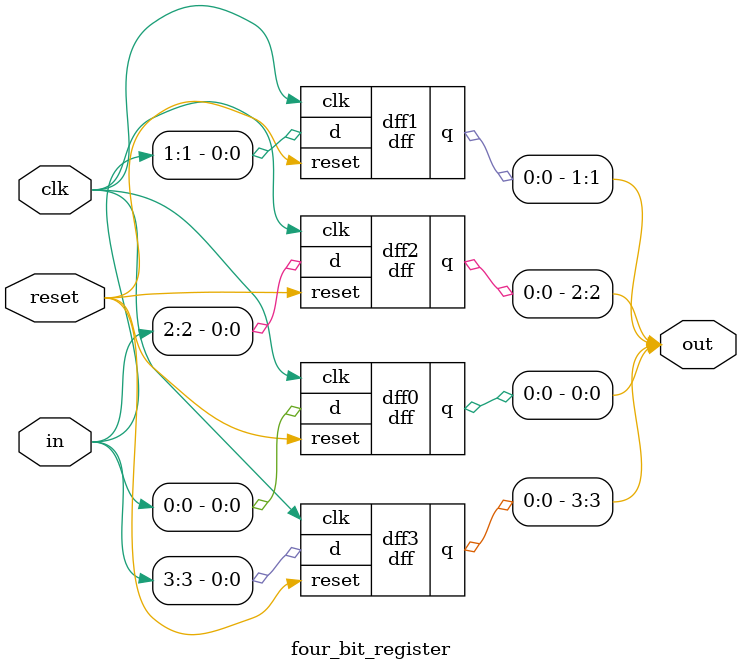
<source format=sv>
`timescale 1ns / 1ps


module dff(
    input d,
    input clk,
    input reset,
    output reg q
    );
    always@(posedge clk,posedge reset)begin
    if(reset)
    q<=1'b0;
    else
    q<=d;
    end
endmodule

module four_bit_register(
        input clk,
        input reset,
        input [3:0]in,
        output [3:0]out);
    dff dff0(in[0],clk,reset,out[0]);
    dff dff1(in[1],clk,reset,out[1]);
    dff dff2(in[2],clk,reset,out[2]);
    dff dff3(in[3],clk,reset,out[3]);
    endmodule

</source>
